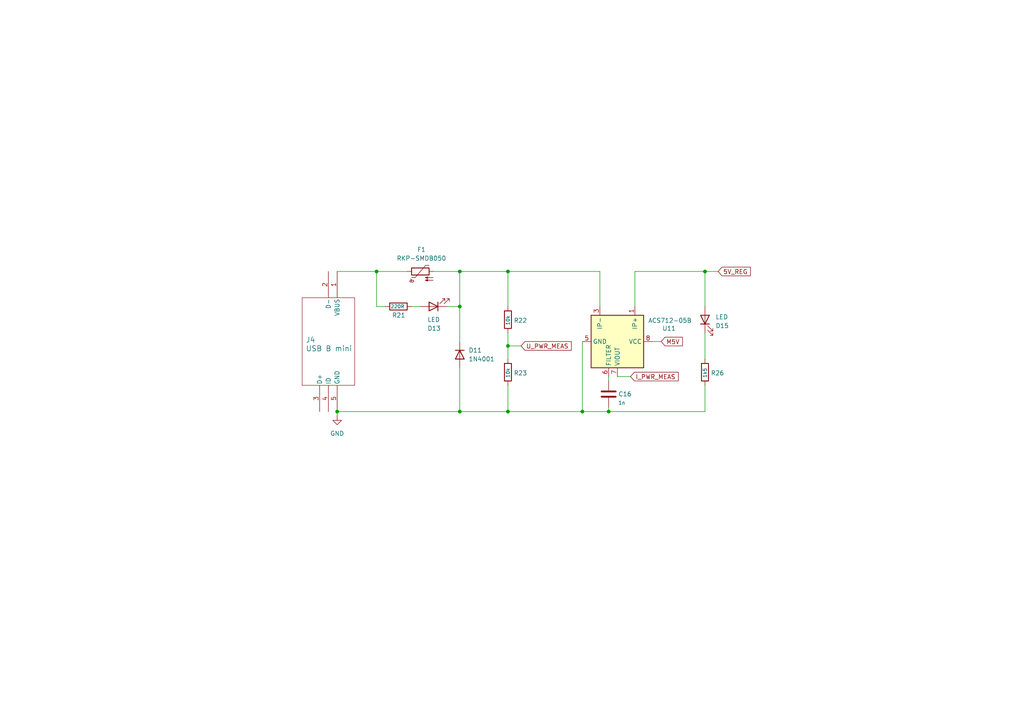
<source format=kicad_sch>
(kicad_sch (version 20231120) (generator "eeschema") (generator_version "8.0")
  (paper "A4")
  (title_block (title "MB02A1 - Power Supply Module") (date "2025-01-18") (rev "A1"))
  (lib_symbols
    (symbol "Device:C" (pin_numbers hide) (pin_names (offset 0.254))
      (property "Reference" "C" (at 0.635 2.54 0))
      (property "Value" "C" (at 0.635 -2.54 0))
      (symbol "C_0_1"
        (polyline (pts (xy -2.032 -0.762) (xy 2.032 -0.762)) (stroke (width 0.508)))
        (polyline (pts (xy -2.032 0.762) (xy 2.032 0.762)) (stroke (width 0.508)))
      )
      (symbol "C_1_1"
        (pin passive line (at 0 3.81 270) (length 2.794) (name "~") (number "1"))
        (pin passive line (at 0 -3.81 90) (length 2.794) (name "~") (number "2"))
      )
    )
    (symbol "Device:LED" (pin_numbers hide) (pin_names (offset 1.016) hide)
      (property "Reference" "D" (at 0 2.54 0))
      (property "Value" "LED" (at 0 -2.54 0))
      (symbol "LED_0_1"
        (polyline (pts (xy -1.27 -1.27) (xy -1.27 1.27)) (stroke (width 0.254)))
        (polyline (pts (xy -1.27 0) (xy 1.27 0)))
        (polyline (pts (xy 1.27 -1.27) (xy 1.27 1.27) (xy -1.27 0) (xy 1.27 -1.27)) (stroke (width 0.254)))
        (polyline (pts (xy -3.048 -0.762) (xy -4.572 -2.286) (xy -3.81 -2.286) (xy -4.572 -2.286) (xy -4.572 -1.524)))
        (polyline (pts (xy -1.778 -0.762) (xy -3.302 -2.286) (xy -2.54 -2.286) (xy -3.302 -2.286) (xy -3.302 -1.524)))
      )
      (symbol "LED_1_1"
        (pin passive line (at -3.81 0 0) (length 2.54) (name "K") (number "1"))
        (pin passive line (at 3.81 0 180) (length 2.54) (name "A") (number "2"))
      )
    )
    (symbol "Device:R" (pin_numbers hide) (pin_names (offset 0))
      (property "Reference" "R" (at 2.032 0 90))
      (property "Value" "R" (at 0 0 90))
      (symbol "R_0_1"
        (rectangle (start -1.016 -2.54) (end 1.016 2.54) (stroke (width 0.254)))
      )
      (symbol "R_1_1"
        (pin passive line (at 0 3.81 270) (length 1.27) (name "~") (number "1"))
        (pin passive line (at 0 -3.81 90) (length 1.27) (name "~") (number "2"))
      )
    )
    (symbol "Device:Thermistor_PTC" (pin_numbers hide) (pin_names (offset 0))
      (property "Reference" "TH" (at -4.064 0 90))
      (property "Value" "Thermistor_PTC" (at 3.048 0 90))
      (symbol "Thermistor_PTC_0_1"
        (arc (start -3.048 2.159) (mid -3.0495 2.3143) (end -3.175 2.413))
        (arc (start -3.048 2.159) (mid -2.9736 1.9794) (end -2.794 1.905))
        (arc (start -3.048 2.794) (mid -2.9736 2.6144) (end -2.794 2.54))
        (arc (start -2.794 1.905) (mid -2.6144 1.9794) (end -2.54 2.159))
        (arc (start -2.794 2.54) (mid -2.4393 2.5587) (end -2.159 2.794))
        (arc (start -2.794 3.048) (mid -2.9736 2.9736) (end -3.048 2.794))
        (arc (start -2.54 2.794) (mid -2.6144 2.9736) (end -2.794 3.048))
        (rectangle (start -1.016 2.54) (end 1.016 -2.54) (stroke (width 0.254)))
        (polyline (pts (xy -2.54 2.159) (xy -2.54 2.794)))
        (polyline (pts (xy -1.778 2.54) (xy -1.778 1.524) (xy 1.778 -1.524) (xy 1.778 -2.54)))
        (polyline (pts (xy -2.54 -3.683) (xy -2.54 -1.397) (xy -2.794 -2.159) (xy -2.286 -2.159) (xy -2.54 -1.397) (xy -2.54 -1.651)) (fill (type outline)))
        (polyline (pts (xy -1.778 -3.683) (xy -1.778 -1.397) (xy -2.032 -2.159) (xy -1.524 -2.159) (xy -1.778 -1.397) (xy -1.778 -1.651)) (fill (type outline)))
      )
      (symbol "Thermistor_PTC_1_1"
        (pin passive line (at 0 3.81 270) (length 1.27) (name "~") (number "1"))
        (pin passive line (at 0 -3.81 90) (length 1.27) (name "~") (number "2"))
      )
    )
    (symbol "Diode:1N4001" (pin_numbers hide) (pin_names hide)
      (property "Reference" "D" (at 0 2.54 0))
      (property "Value" "1N4001" (at 0 -2.54 0))
      (symbol "1N4001_0_1"
        (polyline (pts (xy -1.27 1.27) (xy -1.27 -1.27)) (stroke (width 0.254)))
        (polyline (pts (xy 1.27 0) (xy -1.27 0)))
        (polyline (pts (xy 1.27 1.27) (xy 1.27 -1.27) (xy -1.27 0) (xy 1.27 1.27)) (stroke (width 0.254)))
      )
      (symbol "1N4001_1_1"
        (pin passive line (at -3.81 0 0) (length 2.54) (name "K") (number "1"))
        (pin passive line (at 3.81 0 180) (length 2.54) (name "A") (number "2"))
      )
    )
    (symbol "Sensor_Current:ACS712xLCTR-05B"
      (property "Reference" "U" (at 2.54 11.43 0))
      (property "Value" "ACS712xLCTR-05B" (at 2.54 8.89 0))
      (symbol "ACS712xLCTR-05B_0_1"
        (rectangle (start -7.62 7.62) (end 7.62 -7.62) (stroke (width 0.254)) (fill (type background)))
      )
      (symbol "ACS712xLCTR-05B_1_1"
        (pin passive line (at -10.16 5.08 0) (length 2.54) (name "IP+") (number "1"))
        (pin passive line (at -10.16 5.08 0) (length 2.54) hide (name "IP+") (number "2"))
        (pin passive line (at -10.16 -5.08 0) (length 2.54) (name "IP-") (number "3"))
        (pin passive line (at -10.16 -5.08 0) (length 2.54) hide (name "IP-") (number "4"))
        (pin power_in line (at 0 -10.16 90) (length 2.54) (name "GND") (number "5"))
        (pin passive line (at 10.16 -2.54 180) (length 2.54) (name "FILTER") (number "6"))
        (pin output line (at 10.16 0 180) (length 2.54) (name "VIOUT") (number "7"))
        (pin power_in line (at 0 10.16 270) (length 2.54) (name "VCC") (number "8"))
      )
    )
    (symbol "USB_B_mini_th:548190519" (pin_names (offset 0.254))
      (property "Reference" "J" (at 20.32 10.16 0))
      (property "Value" "548190519" (at 20.32 7.62 0))
      (symbol "548190519_0_1"
        (polyline (pts (xy 7.62 -10.16) (xy 33.02 -10.16)) (stroke (width 0.127)))
        (polyline (pts (xy 7.62 5.08) (xy 7.62 -10.16)) (stroke (width 0.127)))
        (polyline (pts (xy 33.02 -10.16) (xy 33.02 5.08)) (stroke (width 0.127)))
        (polyline (pts (xy 33.02 5.08) (xy 7.62 5.08)) (stroke (width 0.127)))
        (pin power_in line (at 0 0 0) (length 7.62) (name "VBUS") (number "1"))
        (pin bidirectional line (at 0 -2.54 0) (length 7.62) (name "D-") (number "2"))
        (pin bidirectional line (at 40.64 -5.08 180) (length 7.62) (name "D+") (number "3"))
        (pin bidirectional line (at 40.64 -2.54 180) (length 7.62) (name "ID") (number "4"))
        (pin power_out line (at 40.64 0 180) (length 7.62) (name "GND") (number "5"))
      )
    )
    (symbol "power:GND" (power) (pin_numbers hide) (pin_names (offset 0) hide)
      (property "Value" "GND" (at 0 -3.81 0))
      (symbol "GND_0_1"
        (polyline (pts (xy 0 0) (xy 0 -1.27) (xy 1.27 -1.27) (xy 0 -2.54) (xy -1.27 -1.27) (xy 0 -1.27)))
      )
      (symbol "GND_1_1"
        (pin power_in line (at 0 0 270) (length 0) (name "~") (number "1"))
      )
    )
  )
  (junction (at 109.22 78.74))
  (junction (at 97.79 119.38))
  (junction (at 147.32 100.33))
  (junction (at 133.35 78.74))
  (junction (at 147.32 78.74))
  (junction (at 168.91 119.38))
  (junction (at 204.47 78.74))
  (junction (at 133.35 88.9))
  (junction (at 133.35 119.38))
  (junction (at 176.53 119.38))
  (junction (at 147.32 119.38))
  (wire (pts (xy 204.47 78.74) (xy 204.47 88.9)))
  (wire (pts (xy 147.32 100.33) (xy 151.13 100.33)))
  (wire (pts (xy 147.32 96.52) (xy 147.32 100.33)))
  (wire (pts (xy 133.35 119.38) (xy 97.79 119.38)))
  (wire (pts (xy 204.47 78.74) (xy 208.28 78.74)))
  (wire (pts (xy 168.91 99.06) (xy 168.91 119.38)))
  (wire (pts (xy 109.22 78.74) (xy 109.22 88.9)))
  (wire (pts (xy 147.32 78.74) (xy 173.99 78.74)))
  (wire (pts (xy 119.38 88.9) (xy 121.92 88.9)))
  (wire (pts (xy 133.35 78.74) (xy 125.73 78.74)))
  (wire (pts (xy 147.32 119.38) (xy 168.91 119.38)))
  (wire (pts (xy 179.07 109.22) (xy 182.88 109.22)))
  (wire (pts (xy 147.32 100.33) (xy 147.32 104.14)))
  (wire (pts (xy 147.32 111.76) (xy 147.32 119.38)))
  (wire (pts (xy 173.99 78.74) (xy 173.99 88.9)))
  (wire (pts (xy 204.47 111.76) (xy 204.47 119.38)))
  (wire (pts (xy 133.35 78.74) (xy 147.32 78.74)))
  (wire (pts (xy 176.53 119.38) (xy 204.47 119.38)))
  (wire (pts (xy 133.35 99.06) (xy 133.35 88.9)))
  (wire (pts (xy 109.22 78.74) (xy 118.11 78.74)))
  (wire (pts (xy 184.15 88.9) (xy 184.15 78.74)))
  (wire (pts (xy 176.53 118.11) (xy 176.53 119.38)))
  (wire (pts (xy 97.79 119.38) (xy 97.79 120.65)))
  (wire (pts (xy 176.53 109.22) (xy 176.53 110.49)))
  (wire (pts (xy 97.79 78.74) (xy 109.22 78.74)))
  (wire (pts (xy 147.32 78.74) (xy 147.32 88.9)))
  (wire (pts (xy 133.35 106.68) (xy 133.35 119.38)))
  (wire (pts (xy 189.23 99.06) (xy 191.77 99.06)))
  (wire (pts (xy 184.15 78.74) (xy 204.47 78.74)))
  (wire (pts (xy 168.91 119.38) (xy 176.53 119.38)))
  (wire (pts (xy 129.54 88.9) (xy 133.35 88.9)))
  (wire (pts (xy 111.76 88.9) (xy 109.22 88.9)))
  (wire (pts (xy 204.47 96.52) (xy 204.47 104.14)))
  (wire (pts (xy 133.35 78.74) (xy 133.35 88.9)))
  (wire (pts (xy 133.35 119.38) (xy 147.32 119.38)))
  (global_label "U_PWR_MEAS" (shape input) (at 151.13 100.33 0) (property "Intersheetrefs" "${INTERSHEET_REFS}" (effects (hide yes))))
  (global_label "5V_REG" (shape input) (at 208.28 78.74 0) (property "Intersheetrefs" "${INTERSHEET_REFS}" (effects (hide yes))))
  (global_label "I_PWR_MEAS" (shape input) (at 182.88 109.22 0) (property "Intersheetrefs" "${INTERSHEET_REFS}" (effects (hide yes))))
  (global_label "M5V" (shape input) (at 191.77 99.06 0) (property "Intersheetrefs" "${INTERSHEET_REFS}" (effects (hide yes))))
  (symbol (lib_id "Device:LED") (at 125.73 88.9 180) (unit 1)
    (property "Reference" "D13" (at 123.952 95.25 0) (effects (justify right)))
    (property "Value" "LED" (at 123.952 92.71 0) (effects (justify right)))
    (property "Footprint" "LED_SMD:LED_1206_3216Metric" (effects (hide yes)))
    (property "Description" "Light emitting diode" (effects (hide yes)))
  )
  (symbol (lib_id "Device:R") (at 115.57 88.9 90) (unit 1)
    (property "Reference" "R21" (at 117.602 91.44 90) (effects (justify left)))
    (property "Value" "220R" (at 117.348 88.9 90) (effects (font (size 1.016 1.016)) (justify left)))
    (property "Footprint" "Resistor_SMD:R_0805_2012Metric" (effects (hide yes)))
    (property "Description" "Resistor" (effects (hide yes)))
  )
  (symbol (lib_id "Device:R") (at 147.32 107.95 180) (unit 1)
    (property "Reference" "R23" (at 152.908 108.204 0) (effects (justify left)))
    (property "Value" "10k" (at 147.32 106.68 90) (effects (font (size 1.016 1.016)) (justify left)))
    (property "Footprint" "Resistor_SMD:R_0805_2012Metric" (effects (hide yes)))
    (property "Description" "Resistor" (effects (hide yes)))
  )
  (symbol (lib_id "power:GND") (at 97.79 120.65 0) (unit 1)
    (property "Reference" "#PWR028" (effects (hide yes)))
    (property "Value" "GND" (at 97.79 125.73 0))
    (property "Description" "Power symbol creates a global label with name \"GND\" , ground" (effects (hide yes)))
  )
  (symbol (lib_id "Device:R") (at 147.32 92.71 180) (unit 1)
    (property "Reference" "R22" (at 152.908 92.964 0) (effects (justify left)))
    (property "Value" "10k" (at 147.32 91.44 90) (effects (font (size 1.016 1.016)) (justify left)))
    (property "Footprint" "Resistor_SMD:R_0805_2012Metric" (effects (hide yes)))
    (property "Description" "Resistor" (effects (hide yes)))
  )
  (symbol (lib_id "Device:R") (at 204.47 107.95 180) (unit 1)
    (property "Reference" "R26" (at 210.058 108.204 0) (effects (justify left)))
    (property "Value" "1k5" (at 204.47 106.68 90) (effects (font (size 1.016 1.016)) (justify left)))
    (property "Footprint" "Resistor_SMD:R_0805_2012Metric" (effects (hide yes)))
    (property "Description" "Resistor" (effects (hide yes)))
  )
  (symbol (lib_id "Device:C") (at 176.53 114.3 0) (unit 1)
    (property "Reference" "C16" (at 179.324 114.3 0) (effects (justify left)))
    (property "Value" "1n" (at 179.324 116.84 0) (effects (font (size 1.016 1.016)) (justify left)))
    (property "Footprint" "Capacitor_SMD:C_0805_2012Metric" (effects (hide yes)))
    (property "Description" "Unpolarized capacitor" (effects (hide yes)))
  )
  (symbol (lib_id "Device:LED") (at 204.47 92.71 90) (unit 1)
    (property "Reference" "D15" (at 207.518 94.488 90) (effects (justify right)))
    (property "Value" "LED" (at 207.518 91.948 90) (effects (justify right)))
    (property "Footprint" "LED_SMD:LED_1206_3216Metric" (effects (hide yes)))
    (property "Description" "Light emitting diode" (effects (hide yes)))
  )
  (symbol (lib_id "Sensor_Current:ACS712xLCTR-05B") (at 179.07 99.06 270) (unit 1)
    (property "Reference" "U11" (at 194.056 95.25 90))
    (property "Value" "ACS712-05B" (at 194.31 92.964 90))
    (property "Footprint" "Package_SO:SOIC-8_3.9x4.9mm_P1.27mm" (effects (hide yes)))
    (property "Datasheet" "http://www.allegromicro.com/~/media/Files/Datasheets/ACS712-Datasheet.ashx?la=en" (effects (hide yes)))
    (property "Description" "±5A Bidirectional Hall-Effect Current Sensor, +5.0V supply, 185mV/A, SOIC-8" (effects (hide yes)))
  )
  (symbol (lib_id "Device:Thermistor_PTC") (at 121.92 78.74 90) (unit 1)
    (property "Reference" "F1" (at 122.2375 72.39 90))
    (property "Value" "RKP-SMDB050" (at 122.2375 74.93 90))
    (property "Footprint" "Resistor_SMD:R_1206_3216Metric" (effects (hide yes)))
    (property "Description" "Temperature dependent resistor, positive temperature coefficient" (effects (hide yes)))
  )
  (symbol (lib_id "USB_B_mini_th:548190519") (at 97.79 78.74 270) (unit 1)
    (property "Reference" "J4" (at 88.646 98.552 90) (effects (font (size 1.524 1.524)) (justify left)))
    (property "Value" "USB B mini" (at 88.646 101.092 90) (effects (font (size 1.524 1.524)) (justify left)))
    (property "Footprint" "54819-0519_MOL" (effects (hide yes)))
    (property "Datasheet" "548190519" (effects (hide yes)))
  )
  (symbol (lib_id "Diode:1N4001") (at 133.35 102.87 270) (unit 1)
    (property "Reference" "D11" (at 135.89 101.5999 90) (effects (justify left)))
    (property "Value" "1N4001" (at 135.89 104.1399 90) (effects (justify left)))
    (property "Footprint" "Diode_THT:D_DO-41_SOD81_P10.16mm_Horizontal" (effects (hide yes)))
    (property "Datasheet" "http://www.vishay.com/docs/88503/1n4001.pdf" (effects (hide yes)))
    (property "Description" "50V 1A General Purpose Rectifier Diode, DO-41" (effects (hide yes)))
    (property "Sim.Device" "D" (effects (hide yes)))
    (property "Sim.Pins" "1=K 2=A" (effects (hide yes)))
  )
)
</source>
